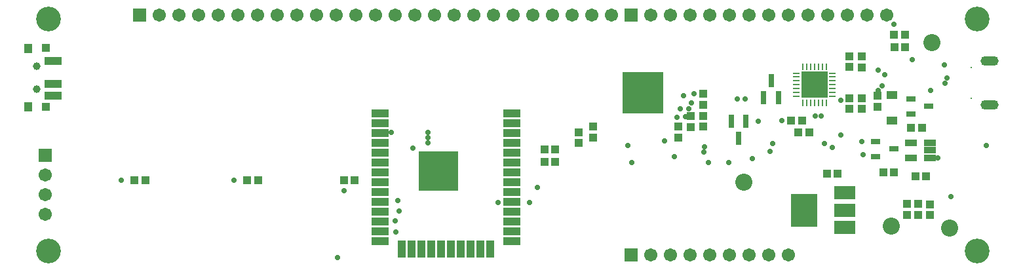
<source format=gts>
G04*
G04 #@! TF.GenerationSoftware,Altium Limited,Altium Designer,19.0.14 (431)*
G04*
G04 Layer_Color=8388736*
%FSLAX44Y44*%
%MOMM*%
G71*
G01*
G75*
%ADD19R,0.9652X0.2032*%
%ADD20R,0.2032X0.9652*%
G04:AMPARAMS|DCode=35|XSize=2.2032mm|YSize=2.2032mm|CornerRadius=1.1016mm|HoleSize=0mm|Usage=FLASHONLY|Rotation=0.000|XOffset=0mm|YOffset=0mm|HoleType=Round|Shape=RoundedRectangle|*
%AMROUNDEDRECTD35*
21,1,2.2032,0.0000,0,0,0.0*
21,1,0.0000,2.2032,0,0,0.0*
1,1,2.2032,0.0000,0.0000*
1,1,2.2032,0.0000,0.0000*
1,1,2.2032,0.0000,0.0000*
1,1,2.2032,0.0000,0.0000*
%
%ADD35ROUNDEDRECTD35*%
%ADD36R,1.0032X1.1032*%
%ADD37R,1.1032X1.0032*%
%ADD38R,3.3528X3.3528*%
%ADD39R,5.3032X5.3032*%
%ADD40R,1.2532X0.8032*%
%ADD41R,2.7032X1.7032*%
%ADD42R,3.4532X4.2032*%
%ADD43R,0.8032X1.8032*%
%ADD44R,1.4222X1.1172*%
%ADD45R,1.5032X0.9032*%
%ADD46R,2.2032X1.1032*%
%ADD47R,1.1032X2.2032*%
%ADD48R,5.2032X5.2032*%
%ADD49R,2.2032X1.0033*%
%ADD50R,1.0033X1.2032*%
%ADD51R,1.0033X1.1031*%
%ADD52C,0.2032*%
G04:AMPARAMS|DCode=53|XSize=2.3532mm|YSize=1.2532mm|CornerRadius=0.6266mm|HoleSize=0mm|Usage=FLASHONLY|Rotation=180.000|XOffset=0mm|YOffset=0mm|HoleType=Round|Shape=RoundedRectangle|*
%AMROUNDEDRECTD53*
21,1,2.3532,0.0000,0,0,180.0*
21,1,1.1000,1.2532,0,0,180.0*
1,1,1.2532,-0.5500,0.0000*
1,1,1.2532,0.5500,0.0000*
1,1,1.2532,0.5500,0.0000*
1,1,1.2532,-0.5500,0.0000*
%
%ADD53ROUNDEDRECTD53*%
%ADD54C,1.2032*%
%ADD55C,1.7032*%
%ADD56R,1.7032X1.7032*%
%ADD57R,1.7032X1.7032*%
%ADD58C,1.0033*%
%ADD59C,0.7032*%
%ADD60C,3.2032*%
G36*
X1120500Y1093250D02*
X1068250D01*
Y1145000D01*
X1068457Y1145500D01*
X1120500D01*
Y1093250D01*
D02*
G37*
D19*
X1339241Y1115241D02*
D03*
Y1120241D02*
D03*
Y1125241D02*
D03*
Y1130241D02*
D03*
Y1135241D02*
D03*
Y1140241D02*
D03*
Y1145241D02*
D03*
X1292759D02*
D03*
Y1140241D02*
D03*
Y1135241D02*
D03*
Y1130241D02*
D03*
Y1125241D02*
D03*
Y1120241D02*
D03*
Y1115241D02*
D03*
D20*
X1331000Y1153482D02*
D03*
X1326000D02*
D03*
X1321000D02*
D03*
X1316000D02*
D03*
X1311000D02*
D03*
X1306000D02*
D03*
X1301000D02*
D03*
Y1107000D02*
D03*
X1306000D02*
D03*
X1311000D02*
D03*
X1316000D02*
D03*
X1321000D02*
D03*
X1326000D02*
D03*
X1331000D02*
D03*
D35*
X1490250Y945500D02*
D03*
X1467500Y1184500D02*
D03*
X1415250Y947750D02*
D03*
X1225000Y1004000D02*
D03*
D36*
X981000Y1046800D02*
D03*
X967000D02*
D03*
X981000Y1030800D02*
D03*
X967000D02*
D03*
X1332000Y1015000D02*
D03*
X1346000D02*
D03*
X1419250Y1178750D02*
D03*
X1433250D02*
D03*
X1449750Y976250D02*
D03*
X1435750D02*
D03*
X1435750Y962000D02*
D03*
X1449750D02*
D03*
X1433000Y1195000D02*
D03*
X1419000D02*
D03*
X1285759Y1084117D02*
D03*
X1299759D02*
D03*
X1295000Y1068726D02*
D03*
X1309000D02*
D03*
X1446250Y1012000D02*
D03*
X1460250D02*
D03*
X451500Y1007000D02*
D03*
X437500D02*
D03*
X597000D02*
D03*
X583000D02*
D03*
X722000D02*
D03*
X708000D02*
D03*
X1418750Y1017000D02*
D03*
X1404750D02*
D03*
X1440750Y1074750D02*
D03*
X1454750D02*
D03*
D37*
X1377000Y1166875D02*
D03*
Y1152875D02*
D03*
X1360735Y1167000D02*
D03*
Y1153000D02*
D03*
X1155750Y1075750D02*
D03*
Y1089750D02*
D03*
X1464750Y975950D02*
D03*
Y961950D02*
D03*
X1172000Y1118500D02*
D03*
Y1104500D02*
D03*
X1140000Y1076000D02*
D03*
Y1062000D02*
D03*
X1397500Y1102000D02*
D03*
Y1116000D02*
D03*
X1172000Y1090000D02*
D03*
Y1076000D02*
D03*
X1011000Y1069000D02*
D03*
Y1055000D02*
D03*
X1030000Y1076000D02*
D03*
Y1062000D02*
D03*
X1361000Y1113000D02*
D03*
Y1099000D02*
D03*
X1377000Y1113000D02*
D03*
Y1099000D02*
D03*
D38*
X1316000Y1130241D02*
D03*
D39*
X1094000Y1120000D02*
D03*
D40*
X1395250Y1056750D02*
D03*
Y1037750D02*
D03*
X1418250Y1047250D02*
D03*
X1463750Y1102250D02*
D03*
X1440750Y1092750D02*
D03*
Y1111750D02*
D03*
D41*
X1355250Y945750D02*
D03*
Y968250D02*
D03*
Y990750D02*
D03*
D42*
X1302750Y968250D02*
D03*
D43*
X1260000Y1135499D02*
D03*
X1269500Y1113499D02*
D03*
X1250500D02*
D03*
X1218000Y1061000D02*
D03*
X1208500Y1083000D02*
D03*
X1227500D02*
D03*
D44*
X1416250Y1084117D02*
D03*
Y1116883D02*
D03*
D45*
X1441000Y1036000D02*
D03*
Y1055000D02*
D03*
X1465000D02*
D03*
Y1045500D02*
D03*
Y1036000D02*
D03*
D46*
X924750Y1093350D02*
D03*
Y1080650D02*
D03*
Y1067950D02*
D03*
Y1055250D02*
D03*
Y1042550D02*
D03*
Y1029850D02*
D03*
Y1017150D02*
D03*
Y1004450D02*
D03*
Y991750D02*
D03*
Y979050D02*
D03*
Y966350D02*
D03*
Y953650D02*
D03*
Y940950D02*
D03*
Y928250D02*
D03*
X754750D02*
D03*
Y940950D02*
D03*
Y953650D02*
D03*
Y966350D02*
D03*
Y979050D02*
D03*
Y991750D02*
D03*
Y1004450D02*
D03*
Y1017150D02*
D03*
Y1029850D02*
D03*
Y1042550D02*
D03*
Y1055250D02*
D03*
Y1067950D02*
D03*
Y1080650D02*
D03*
Y1093350D02*
D03*
D47*
X896900Y918250D02*
D03*
X884200D02*
D03*
X871500D02*
D03*
X858800D02*
D03*
X846100D02*
D03*
X833400D02*
D03*
X820700D02*
D03*
X808000D02*
D03*
X795300D02*
D03*
X782600D02*
D03*
D48*
X829750Y1018350D02*
D03*
D49*
X332501Y1116269D02*
D03*
Y1161270D02*
D03*
Y1131270D02*
D03*
D50*
X300250Y1101999D02*
D03*
Y1177001D02*
D03*
D51*
X322750Y1101499D02*
D03*
Y1177501D02*
D03*
D52*
X1518420Y1152800D02*
D03*
Y1112800D02*
D03*
D53*
X1542520Y1161100D02*
D03*
X1542620Y1104500D02*
D03*
D54*
X1079650D02*
D03*
X1089650D02*
D03*
X1099650D02*
D03*
X1109650D02*
D03*
Y1114500D02*
D03*
X1099650D02*
D03*
X1089650D02*
D03*
X1079650D02*
D03*
Y1124500D02*
D03*
X1089650D02*
D03*
X1099650D02*
D03*
X1109650D02*
D03*
Y1134500D02*
D03*
X1099650D02*
D03*
X1089650D02*
D03*
X1079650D02*
D03*
D55*
X1409300Y1220470D02*
D03*
X1383900D02*
D03*
X1358500D02*
D03*
X1333100D02*
D03*
X1307700D02*
D03*
X1282300D02*
D03*
X1256900D02*
D03*
X1231500D02*
D03*
X1206100D02*
D03*
X1180700D02*
D03*
X1155300D02*
D03*
X1129900D02*
D03*
X1104500D02*
D03*
X1104400Y910220D02*
D03*
X1282200D02*
D03*
X1256800D02*
D03*
X1231400D02*
D03*
X1206000D02*
D03*
X1180600D02*
D03*
X1155200D02*
D03*
X1129800D02*
D03*
X322000Y1013400D02*
D03*
Y988000D02*
D03*
Y962600D02*
D03*
X876300Y1220470D02*
D03*
X850900D02*
D03*
X825500D02*
D03*
X723900D02*
D03*
X749300D02*
D03*
X774700D02*
D03*
X800100D02*
D03*
X901700D02*
D03*
X469900D02*
D03*
X495300D02*
D03*
X520700D02*
D03*
X546100D02*
D03*
X571500D02*
D03*
X596900D02*
D03*
X622300D02*
D03*
X647700D02*
D03*
X673100D02*
D03*
X698500D02*
D03*
X927100D02*
D03*
X952500D02*
D03*
X977900D02*
D03*
X1003300D02*
D03*
X1028700D02*
D03*
X1054100D02*
D03*
D56*
X1079100Y1220470D02*
D03*
X1079000Y910220D02*
D03*
X444500Y1220470D02*
D03*
D57*
X322000Y1038800D02*
D03*
D58*
X311500Y1124499D02*
D03*
Y1154501D02*
D03*
D59*
X1157250Y1107000D02*
D03*
X1149000Y1089000D02*
D03*
X1138000Y1088000D02*
D03*
X1122250Y1058000D02*
D03*
X1135000Y1037750D02*
D03*
X1205000Y1030000D02*
D03*
X1178600Y1029900D02*
D03*
X700000Y907000D02*
D03*
X1075000Y1052000D02*
D03*
X1350000Y1065000D02*
D03*
Y1110000D02*
D03*
X1377000Y1057000D02*
D03*
X1329000Y1054000D02*
D03*
X1262000D02*
D03*
X1259000Y1044000D02*
D03*
X1236000Y1034750D02*
D03*
X1226000Y1111499D02*
D03*
X1378611Y1040000D02*
D03*
X1339000Y1049500D02*
D03*
X1216000Y1111499D02*
D03*
X769000Y1069000D02*
D03*
X816998Y1068998D02*
D03*
Y1054998D02*
D03*
X817000Y1062000D02*
D03*
X797000Y1048000D02*
D03*
X958000Y998000D02*
D03*
X1325000Y1089750D02*
D03*
X1172998Y1042998D02*
D03*
X1317000Y1090000D02*
D03*
X1174000Y1050250D02*
D03*
X1403000Y1129000D02*
D03*
X1398000Y1123000D02*
D03*
X1484000Y1156000D02*
D03*
X1419000Y1208000D02*
D03*
X1442500Y1163000D02*
D03*
X1407000Y1143000D02*
D03*
X1398000Y1149000D02*
D03*
X1538000Y1052000D02*
D03*
X1475000Y1036000D02*
D03*
X1492000Y985625D02*
D03*
X1466000Y1123000D02*
D03*
X1484997Y1131998D02*
D03*
X1487000Y1139000D02*
D03*
X948000Y978000D02*
D03*
X907400D02*
D03*
X420000Y1007000D02*
D03*
X566000D02*
D03*
X708000Y993000D02*
D03*
X777750Y981000D02*
D03*
X779000Y967000D02*
D03*
X774700Y954000D02*
D03*
X775000Y940000D02*
D03*
X1243000Y1083000D02*
D03*
X1274000Y1084000D02*
D03*
X1080000Y1030000D02*
D03*
X1160000Y1119000D02*
D03*
X1146998Y1115998D02*
D03*
X1154000Y1099000D02*
D03*
X1143000Y1099000D02*
D03*
D60*
X326500Y1215220D02*
D03*
X1526500D02*
D03*
Y915220D02*
D03*
X326500D02*
D03*
M02*

</source>
